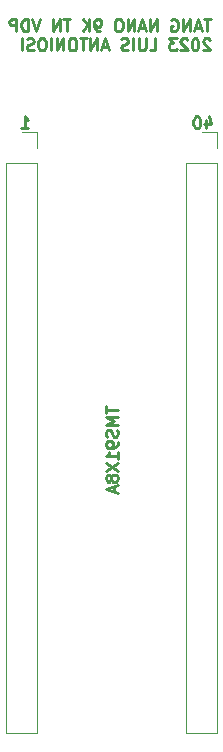
<source format=gbr>
%TF.GenerationSoftware,KiCad,Pcbnew,7.0.1*%
%TF.CreationDate,2023-05-30T14:25:23-07:00*%
%TF.ProjectId,tn_vdp_v1_slim,746e5f76-6470-45f7-9631-5f736c696d2e,rev?*%
%TF.SameCoordinates,Original*%
%TF.FileFunction,Legend,Bot*%
%TF.FilePolarity,Positive*%
%FSLAX46Y46*%
G04 Gerber Fmt 4.6, Leading zero omitted, Abs format (unit mm)*
G04 Created by KiCad (PCBNEW 7.0.1) date 2023-05-30 14:25:23*
%MOMM*%
%LPD*%
G01*
G04 APERTURE LIST*
%ADD10C,0.250000*%
%ADD11C,0.120000*%
G04 APERTURE END LIST*
D10*
X169259333Y-53363752D02*
X169259333Y-54030419D01*
X169497428Y-52982800D02*
X169735523Y-53697085D01*
X169735523Y-53697085D02*
X169116476Y-53697085D01*
X168545047Y-53030419D02*
X168449809Y-53030419D01*
X168449809Y-53030419D02*
X168354571Y-53078038D01*
X168354571Y-53078038D02*
X168306952Y-53125657D01*
X168306952Y-53125657D02*
X168259333Y-53220895D01*
X168259333Y-53220895D02*
X168211714Y-53411371D01*
X168211714Y-53411371D02*
X168211714Y-53649466D01*
X168211714Y-53649466D02*
X168259333Y-53839942D01*
X168259333Y-53839942D02*
X168306952Y-53935180D01*
X168306952Y-53935180D02*
X168354571Y-53982800D01*
X168354571Y-53982800D02*
X168449809Y-54030419D01*
X168449809Y-54030419D02*
X168545047Y-54030419D01*
X168545047Y-54030419D02*
X168640285Y-53982800D01*
X168640285Y-53982800D02*
X168687904Y-53935180D01*
X168687904Y-53935180D02*
X168735523Y-53839942D01*
X168735523Y-53839942D02*
X168783142Y-53649466D01*
X168783142Y-53649466D02*
X168783142Y-53411371D01*
X168783142Y-53411371D02*
X168735523Y-53220895D01*
X168735523Y-53220895D02*
X168687904Y-53125657D01*
X168687904Y-53125657D02*
X168640285Y-53078038D01*
X168640285Y-53078038D02*
X168545047Y-53030419D01*
X153619295Y-54030419D02*
X154190723Y-54030419D01*
X153905009Y-54030419D02*
X153905009Y-53030419D01*
X153905009Y-53030419D02*
X154000247Y-53173276D01*
X154000247Y-53173276D02*
X154095485Y-53268514D01*
X154095485Y-53268514D02*
X154190723Y-53316133D01*
X160802619Y-77565238D02*
X160802619Y-78136666D01*
X161802619Y-77850952D02*
X160802619Y-77850952D01*
X161802619Y-78470000D02*
X160802619Y-78470000D01*
X160802619Y-78470000D02*
X161516904Y-78803333D01*
X161516904Y-78803333D02*
X160802619Y-79136666D01*
X160802619Y-79136666D02*
X161802619Y-79136666D01*
X161755000Y-79565238D02*
X161802619Y-79708095D01*
X161802619Y-79708095D02*
X161802619Y-79946190D01*
X161802619Y-79946190D02*
X161755000Y-80041428D01*
X161755000Y-80041428D02*
X161707380Y-80089047D01*
X161707380Y-80089047D02*
X161612142Y-80136666D01*
X161612142Y-80136666D02*
X161516904Y-80136666D01*
X161516904Y-80136666D02*
X161421666Y-80089047D01*
X161421666Y-80089047D02*
X161374047Y-80041428D01*
X161374047Y-80041428D02*
X161326428Y-79946190D01*
X161326428Y-79946190D02*
X161278809Y-79755714D01*
X161278809Y-79755714D02*
X161231190Y-79660476D01*
X161231190Y-79660476D02*
X161183571Y-79612857D01*
X161183571Y-79612857D02*
X161088333Y-79565238D01*
X161088333Y-79565238D02*
X160993095Y-79565238D01*
X160993095Y-79565238D02*
X160897857Y-79612857D01*
X160897857Y-79612857D02*
X160850238Y-79660476D01*
X160850238Y-79660476D02*
X160802619Y-79755714D01*
X160802619Y-79755714D02*
X160802619Y-79993809D01*
X160802619Y-79993809D02*
X160850238Y-80136666D01*
X161802619Y-80612857D02*
X161802619Y-80803333D01*
X161802619Y-80803333D02*
X161755000Y-80898571D01*
X161755000Y-80898571D02*
X161707380Y-80946190D01*
X161707380Y-80946190D02*
X161564523Y-81041428D01*
X161564523Y-81041428D02*
X161374047Y-81089047D01*
X161374047Y-81089047D02*
X160993095Y-81089047D01*
X160993095Y-81089047D02*
X160897857Y-81041428D01*
X160897857Y-81041428D02*
X160850238Y-80993809D01*
X160850238Y-80993809D02*
X160802619Y-80898571D01*
X160802619Y-80898571D02*
X160802619Y-80708095D01*
X160802619Y-80708095D02*
X160850238Y-80612857D01*
X160850238Y-80612857D02*
X160897857Y-80565238D01*
X160897857Y-80565238D02*
X160993095Y-80517619D01*
X160993095Y-80517619D02*
X161231190Y-80517619D01*
X161231190Y-80517619D02*
X161326428Y-80565238D01*
X161326428Y-80565238D02*
X161374047Y-80612857D01*
X161374047Y-80612857D02*
X161421666Y-80708095D01*
X161421666Y-80708095D02*
X161421666Y-80898571D01*
X161421666Y-80898571D02*
X161374047Y-80993809D01*
X161374047Y-80993809D02*
X161326428Y-81041428D01*
X161326428Y-81041428D02*
X161231190Y-81089047D01*
X161802619Y-82041428D02*
X161802619Y-81470000D01*
X161802619Y-81755714D02*
X160802619Y-81755714D01*
X160802619Y-81755714D02*
X160945476Y-81660476D01*
X160945476Y-81660476D02*
X161040714Y-81565238D01*
X161040714Y-81565238D02*
X161088333Y-81470000D01*
X160802619Y-82374762D02*
X161802619Y-83041428D01*
X160802619Y-83041428D02*
X161802619Y-82374762D01*
X161231190Y-83565238D02*
X161183571Y-83470000D01*
X161183571Y-83470000D02*
X161135952Y-83422381D01*
X161135952Y-83422381D02*
X161040714Y-83374762D01*
X161040714Y-83374762D02*
X160993095Y-83374762D01*
X160993095Y-83374762D02*
X160897857Y-83422381D01*
X160897857Y-83422381D02*
X160850238Y-83470000D01*
X160850238Y-83470000D02*
X160802619Y-83565238D01*
X160802619Y-83565238D02*
X160802619Y-83755714D01*
X160802619Y-83755714D02*
X160850238Y-83850952D01*
X160850238Y-83850952D02*
X160897857Y-83898571D01*
X160897857Y-83898571D02*
X160993095Y-83946190D01*
X160993095Y-83946190D02*
X161040714Y-83946190D01*
X161040714Y-83946190D02*
X161135952Y-83898571D01*
X161135952Y-83898571D02*
X161183571Y-83850952D01*
X161183571Y-83850952D02*
X161231190Y-83755714D01*
X161231190Y-83755714D02*
X161231190Y-83565238D01*
X161231190Y-83565238D02*
X161278809Y-83470000D01*
X161278809Y-83470000D02*
X161326428Y-83422381D01*
X161326428Y-83422381D02*
X161421666Y-83374762D01*
X161421666Y-83374762D02*
X161612142Y-83374762D01*
X161612142Y-83374762D02*
X161707380Y-83422381D01*
X161707380Y-83422381D02*
X161755000Y-83470000D01*
X161755000Y-83470000D02*
X161802619Y-83565238D01*
X161802619Y-83565238D02*
X161802619Y-83755714D01*
X161802619Y-83755714D02*
X161755000Y-83850952D01*
X161755000Y-83850952D02*
X161707380Y-83898571D01*
X161707380Y-83898571D02*
X161612142Y-83946190D01*
X161612142Y-83946190D02*
X161421666Y-83946190D01*
X161421666Y-83946190D02*
X161326428Y-83898571D01*
X161326428Y-83898571D02*
X161278809Y-83850952D01*
X161278809Y-83850952D02*
X161231190Y-83755714D01*
X161516904Y-84327143D02*
X161516904Y-84803333D01*
X161802619Y-84231905D02*
X160802619Y-84565238D01*
X160802619Y-84565238D02*
X161802619Y-84898571D01*
X169678361Y-44806419D02*
X169106933Y-44806419D01*
X169392647Y-45806419D02*
X169392647Y-44806419D01*
X168821218Y-45520704D02*
X168345028Y-45520704D01*
X168916456Y-45806419D02*
X168583123Y-44806419D01*
X168583123Y-44806419D02*
X168249790Y-45806419D01*
X167916456Y-45806419D02*
X167916456Y-44806419D01*
X167916456Y-44806419D02*
X167345028Y-45806419D01*
X167345028Y-45806419D02*
X167345028Y-44806419D01*
X166345028Y-44854038D02*
X166440266Y-44806419D01*
X166440266Y-44806419D02*
X166583123Y-44806419D01*
X166583123Y-44806419D02*
X166725980Y-44854038D01*
X166725980Y-44854038D02*
X166821218Y-44949276D01*
X166821218Y-44949276D02*
X166868837Y-45044514D01*
X166868837Y-45044514D02*
X166916456Y-45234990D01*
X166916456Y-45234990D02*
X166916456Y-45377847D01*
X166916456Y-45377847D02*
X166868837Y-45568323D01*
X166868837Y-45568323D02*
X166821218Y-45663561D01*
X166821218Y-45663561D02*
X166725980Y-45758800D01*
X166725980Y-45758800D02*
X166583123Y-45806419D01*
X166583123Y-45806419D02*
X166487885Y-45806419D01*
X166487885Y-45806419D02*
X166345028Y-45758800D01*
X166345028Y-45758800D02*
X166297409Y-45711180D01*
X166297409Y-45711180D02*
X166297409Y-45377847D01*
X166297409Y-45377847D02*
X166487885Y-45377847D01*
X165106932Y-45806419D02*
X165106932Y-44806419D01*
X165106932Y-44806419D02*
X164535504Y-45806419D01*
X164535504Y-45806419D02*
X164535504Y-44806419D01*
X164106932Y-45520704D02*
X163630742Y-45520704D01*
X164202170Y-45806419D02*
X163868837Y-44806419D01*
X163868837Y-44806419D02*
X163535504Y-45806419D01*
X163202170Y-45806419D02*
X163202170Y-44806419D01*
X163202170Y-44806419D02*
X162630742Y-45806419D01*
X162630742Y-45806419D02*
X162630742Y-44806419D01*
X161964075Y-44806419D02*
X161773599Y-44806419D01*
X161773599Y-44806419D02*
X161678361Y-44854038D01*
X161678361Y-44854038D02*
X161583123Y-44949276D01*
X161583123Y-44949276D02*
X161535504Y-45139752D01*
X161535504Y-45139752D02*
X161535504Y-45473085D01*
X161535504Y-45473085D02*
X161583123Y-45663561D01*
X161583123Y-45663561D02*
X161678361Y-45758800D01*
X161678361Y-45758800D02*
X161773599Y-45806419D01*
X161773599Y-45806419D02*
X161964075Y-45806419D01*
X161964075Y-45806419D02*
X162059313Y-45758800D01*
X162059313Y-45758800D02*
X162154551Y-45663561D01*
X162154551Y-45663561D02*
X162202170Y-45473085D01*
X162202170Y-45473085D02*
X162202170Y-45139752D01*
X162202170Y-45139752D02*
X162154551Y-44949276D01*
X162154551Y-44949276D02*
X162059313Y-44854038D01*
X162059313Y-44854038D02*
X161964075Y-44806419D01*
X160297408Y-45806419D02*
X160106932Y-45806419D01*
X160106932Y-45806419D02*
X160011694Y-45758800D01*
X160011694Y-45758800D02*
X159964075Y-45711180D01*
X159964075Y-45711180D02*
X159868837Y-45568323D01*
X159868837Y-45568323D02*
X159821218Y-45377847D01*
X159821218Y-45377847D02*
X159821218Y-44996895D01*
X159821218Y-44996895D02*
X159868837Y-44901657D01*
X159868837Y-44901657D02*
X159916456Y-44854038D01*
X159916456Y-44854038D02*
X160011694Y-44806419D01*
X160011694Y-44806419D02*
X160202170Y-44806419D01*
X160202170Y-44806419D02*
X160297408Y-44854038D01*
X160297408Y-44854038D02*
X160345027Y-44901657D01*
X160345027Y-44901657D02*
X160392646Y-44996895D01*
X160392646Y-44996895D02*
X160392646Y-45234990D01*
X160392646Y-45234990D02*
X160345027Y-45330228D01*
X160345027Y-45330228D02*
X160297408Y-45377847D01*
X160297408Y-45377847D02*
X160202170Y-45425466D01*
X160202170Y-45425466D02*
X160011694Y-45425466D01*
X160011694Y-45425466D02*
X159916456Y-45377847D01*
X159916456Y-45377847D02*
X159868837Y-45330228D01*
X159868837Y-45330228D02*
X159821218Y-45234990D01*
X159392646Y-45806419D02*
X159392646Y-44806419D01*
X158821218Y-45806419D02*
X159249789Y-45234990D01*
X158821218Y-44806419D02*
X159392646Y-45377847D01*
X157773598Y-44806419D02*
X157202170Y-44806419D01*
X157487884Y-45806419D02*
X157487884Y-44806419D01*
X156868836Y-45806419D02*
X156868836Y-44806419D01*
X156868836Y-44806419D02*
X156297408Y-45806419D01*
X156297408Y-45806419D02*
X156297408Y-44806419D01*
X155202169Y-44806419D02*
X154868836Y-45806419D01*
X154868836Y-45806419D02*
X154535503Y-44806419D01*
X154202169Y-45806419D02*
X154202169Y-44806419D01*
X154202169Y-44806419D02*
X153964074Y-44806419D01*
X153964074Y-44806419D02*
X153821217Y-44854038D01*
X153821217Y-44854038D02*
X153725979Y-44949276D01*
X153725979Y-44949276D02*
X153678360Y-45044514D01*
X153678360Y-45044514D02*
X153630741Y-45234990D01*
X153630741Y-45234990D02*
X153630741Y-45377847D01*
X153630741Y-45377847D02*
X153678360Y-45568323D01*
X153678360Y-45568323D02*
X153725979Y-45663561D01*
X153725979Y-45663561D02*
X153821217Y-45758800D01*
X153821217Y-45758800D02*
X153964074Y-45806419D01*
X153964074Y-45806419D02*
X154202169Y-45806419D01*
X153202169Y-45806419D02*
X153202169Y-44806419D01*
X153202169Y-44806419D02*
X152821217Y-44806419D01*
X152821217Y-44806419D02*
X152725979Y-44854038D01*
X152725979Y-44854038D02*
X152678360Y-44901657D01*
X152678360Y-44901657D02*
X152630741Y-44996895D01*
X152630741Y-44996895D02*
X152630741Y-45139752D01*
X152630741Y-45139752D02*
X152678360Y-45234990D01*
X152678360Y-45234990D02*
X152725979Y-45282609D01*
X152725979Y-45282609D02*
X152821217Y-45330228D01*
X152821217Y-45330228D02*
X153202169Y-45330228D01*
X169583123Y-46521657D02*
X169535504Y-46474038D01*
X169535504Y-46474038D02*
X169440266Y-46426419D01*
X169440266Y-46426419D02*
X169202171Y-46426419D01*
X169202171Y-46426419D02*
X169106933Y-46474038D01*
X169106933Y-46474038D02*
X169059314Y-46521657D01*
X169059314Y-46521657D02*
X169011695Y-46616895D01*
X169011695Y-46616895D02*
X169011695Y-46712133D01*
X169011695Y-46712133D02*
X169059314Y-46854990D01*
X169059314Y-46854990D02*
X169630742Y-47426419D01*
X169630742Y-47426419D02*
X169011695Y-47426419D01*
X168392647Y-46426419D02*
X168297409Y-46426419D01*
X168297409Y-46426419D02*
X168202171Y-46474038D01*
X168202171Y-46474038D02*
X168154552Y-46521657D01*
X168154552Y-46521657D02*
X168106933Y-46616895D01*
X168106933Y-46616895D02*
X168059314Y-46807371D01*
X168059314Y-46807371D02*
X168059314Y-47045466D01*
X168059314Y-47045466D02*
X168106933Y-47235942D01*
X168106933Y-47235942D02*
X168154552Y-47331180D01*
X168154552Y-47331180D02*
X168202171Y-47378800D01*
X168202171Y-47378800D02*
X168297409Y-47426419D01*
X168297409Y-47426419D02*
X168392647Y-47426419D01*
X168392647Y-47426419D02*
X168487885Y-47378800D01*
X168487885Y-47378800D02*
X168535504Y-47331180D01*
X168535504Y-47331180D02*
X168583123Y-47235942D01*
X168583123Y-47235942D02*
X168630742Y-47045466D01*
X168630742Y-47045466D02*
X168630742Y-46807371D01*
X168630742Y-46807371D02*
X168583123Y-46616895D01*
X168583123Y-46616895D02*
X168535504Y-46521657D01*
X168535504Y-46521657D02*
X168487885Y-46474038D01*
X168487885Y-46474038D02*
X168392647Y-46426419D01*
X167678361Y-46521657D02*
X167630742Y-46474038D01*
X167630742Y-46474038D02*
X167535504Y-46426419D01*
X167535504Y-46426419D02*
X167297409Y-46426419D01*
X167297409Y-46426419D02*
X167202171Y-46474038D01*
X167202171Y-46474038D02*
X167154552Y-46521657D01*
X167154552Y-46521657D02*
X167106933Y-46616895D01*
X167106933Y-46616895D02*
X167106933Y-46712133D01*
X167106933Y-46712133D02*
X167154552Y-46854990D01*
X167154552Y-46854990D02*
X167725980Y-47426419D01*
X167725980Y-47426419D02*
X167106933Y-47426419D01*
X166773599Y-46426419D02*
X166154552Y-46426419D01*
X166154552Y-46426419D02*
X166487885Y-46807371D01*
X166487885Y-46807371D02*
X166345028Y-46807371D01*
X166345028Y-46807371D02*
X166249790Y-46854990D01*
X166249790Y-46854990D02*
X166202171Y-46902609D01*
X166202171Y-46902609D02*
X166154552Y-46997847D01*
X166154552Y-46997847D02*
X166154552Y-47235942D01*
X166154552Y-47235942D02*
X166202171Y-47331180D01*
X166202171Y-47331180D02*
X166249790Y-47378800D01*
X166249790Y-47378800D02*
X166345028Y-47426419D01*
X166345028Y-47426419D02*
X166630742Y-47426419D01*
X166630742Y-47426419D02*
X166725980Y-47378800D01*
X166725980Y-47378800D02*
X166773599Y-47331180D01*
X164487885Y-47426419D02*
X164964075Y-47426419D01*
X164964075Y-47426419D02*
X164964075Y-46426419D01*
X164154551Y-46426419D02*
X164154551Y-47235942D01*
X164154551Y-47235942D02*
X164106932Y-47331180D01*
X164106932Y-47331180D02*
X164059313Y-47378800D01*
X164059313Y-47378800D02*
X163964075Y-47426419D01*
X163964075Y-47426419D02*
X163773599Y-47426419D01*
X163773599Y-47426419D02*
X163678361Y-47378800D01*
X163678361Y-47378800D02*
X163630742Y-47331180D01*
X163630742Y-47331180D02*
X163583123Y-47235942D01*
X163583123Y-47235942D02*
X163583123Y-46426419D01*
X163106932Y-47426419D02*
X163106932Y-46426419D01*
X162678361Y-47378800D02*
X162535504Y-47426419D01*
X162535504Y-47426419D02*
X162297409Y-47426419D01*
X162297409Y-47426419D02*
X162202171Y-47378800D01*
X162202171Y-47378800D02*
X162154552Y-47331180D01*
X162154552Y-47331180D02*
X162106933Y-47235942D01*
X162106933Y-47235942D02*
X162106933Y-47140704D01*
X162106933Y-47140704D02*
X162154552Y-47045466D01*
X162154552Y-47045466D02*
X162202171Y-46997847D01*
X162202171Y-46997847D02*
X162297409Y-46950228D01*
X162297409Y-46950228D02*
X162487885Y-46902609D01*
X162487885Y-46902609D02*
X162583123Y-46854990D01*
X162583123Y-46854990D02*
X162630742Y-46807371D01*
X162630742Y-46807371D02*
X162678361Y-46712133D01*
X162678361Y-46712133D02*
X162678361Y-46616895D01*
X162678361Y-46616895D02*
X162630742Y-46521657D01*
X162630742Y-46521657D02*
X162583123Y-46474038D01*
X162583123Y-46474038D02*
X162487885Y-46426419D01*
X162487885Y-46426419D02*
X162249790Y-46426419D01*
X162249790Y-46426419D02*
X162106933Y-46474038D01*
X160964075Y-47140704D02*
X160487885Y-47140704D01*
X161059313Y-47426419D02*
X160725980Y-46426419D01*
X160725980Y-46426419D02*
X160392647Y-47426419D01*
X160059313Y-47426419D02*
X160059313Y-46426419D01*
X160059313Y-46426419D02*
X159487885Y-47426419D01*
X159487885Y-47426419D02*
X159487885Y-46426419D01*
X159154551Y-46426419D02*
X158583123Y-46426419D01*
X158868837Y-47426419D02*
X158868837Y-46426419D01*
X158059313Y-46426419D02*
X157868837Y-46426419D01*
X157868837Y-46426419D02*
X157773599Y-46474038D01*
X157773599Y-46474038D02*
X157678361Y-46569276D01*
X157678361Y-46569276D02*
X157630742Y-46759752D01*
X157630742Y-46759752D02*
X157630742Y-47093085D01*
X157630742Y-47093085D02*
X157678361Y-47283561D01*
X157678361Y-47283561D02*
X157773599Y-47378800D01*
X157773599Y-47378800D02*
X157868837Y-47426419D01*
X157868837Y-47426419D02*
X158059313Y-47426419D01*
X158059313Y-47426419D02*
X158154551Y-47378800D01*
X158154551Y-47378800D02*
X158249789Y-47283561D01*
X158249789Y-47283561D02*
X158297408Y-47093085D01*
X158297408Y-47093085D02*
X158297408Y-46759752D01*
X158297408Y-46759752D02*
X158249789Y-46569276D01*
X158249789Y-46569276D02*
X158154551Y-46474038D01*
X158154551Y-46474038D02*
X158059313Y-46426419D01*
X157202170Y-47426419D02*
X157202170Y-46426419D01*
X157202170Y-46426419D02*
X156630742Y-47426419D01*
X156630742Y-47426419D02*
X156630742Y-46426419D01*
X156154551Y-47426419D02*
X156154551Y-46426419D01*
X155487885Y-46426419D02*
X155297409Y-46426419D01*
X155297409Y-46426419D02*
X155202171Y-46474038D01*
X155202171Y-46474038D02*
X155106933Y-46569276D01*
X155106933Y-46569276D02*
X155059314Y-46759752D01*
X155059314Y-46759752D02*
X155059314Y-47093085D01*
X155059314Y-47093085D02*
X155106933Y-47283561D01*
X155106933Y-47283561D02*
X155202171Y-47378800D01*
X155202171Y-47378800D02*
X155297409Y-47426419D01*
X155297409Y-47426419D02*
X155487885Y-47426419D01*
X155487885Y-47426419D02*
X155583123Y-47378800D01*
X155583123Y-47378800D02*
X155678361Y-47283561D01*
X155678361Y-47283561D02*
X155725980Y-47093085D01*
X155725980Y-47093085D02*
X155725980Y-46759752D01*
X155725980Y-46759752D02*
X155678361Y-46569276D01*
X155678361Y-46569276D02*
X155583123Y-46474038D01*
X155583123Y-46474038D02*
X155487885Y-46426419D01*
X154678361Y-47378800D02*
X154535504Y-47426419D01*
X154535504Y-47426419D02*
X154297409Y-47426419D01*
X154297409Y-47426419D02*
X154202171Y-47378800D01*
X154202171Y-47378800D02*
X154154552Y-47331180D01*
X154154552Y-47331180D02*
X154106933Y-47235942D01*
X154106933Y-47235942D02*
X154106933Y-47140704D01*
X154106933Y-47140704D02*
X154154552Y-47045466D01*
X154154552Y-47045466D02*
X154202171Y-46997847D01*
X154202171Y-46997847D02*
X154297409Y-46950228D01*
X154297409Y-46950228D02*
X154487885Y-46902609D01*
X154487885Y-46902609D02*
X154583123Y-46854990D01*
X154583123Y-46854990D02*
X154630742Y-46807371D01*
X154630742Y-46807371D02*
X154678361Y-46712133D01*
X154678361Y-46712133D02*
X154678361Y-46616895D01*
X154678361Y-46616895D02*
X154630742Y-46521657D01*
X154630742Y-46521657D02*
X154583123Y-46474038D01*
X154583123Y-46474038D02*
X154487885Y-46426419D01*
X154487885Y-46426419D02*
X154249790Y-46426419D01*
X154249790Y-46426419D02*
X154106933Y-46474038D01*
X153678361Y-47426419D02*
X153678361Y-46426419D01*
D11*
%TO.C,J2*%
X170240000Y-105266800D02*
X167580000Y-105266800D01*
X170240000Y-56946800D02*
X170240000Y-105266800D01*
X170240000Y-56946800D02*
X167580000Y-56946800D01*
X170240000Y-55676800D02*
X170240000Y-54346800D01*
X170240000Y-54346800D02*
X168910000Y-54346800D01*
X167580000Y-56946800D02*
X167580000Y-105266800D01*
%TO.C,J1*%
X155000000Y-105266800D02*
X152340000Y-105266800D01*
X155000000Y-56946800D02*
X155000000Y-105266800D01*
X155000000Y-56946800D02*
X152340000Y-56946800D01*
X155000000Y-55676800D02*
X155000000Y-54346800D01*
X155000000Y-54346800D02*
X153670000Y-54346800D01*
X152340000Y-56946800D02*
X152340000Y-105266800D01*
%TD*%
M02*

</source>
